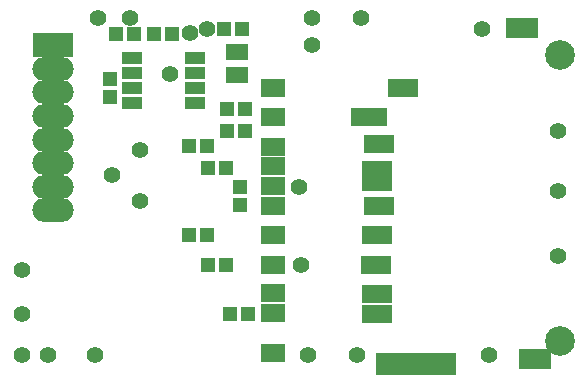
<source format=gts>
G04 (created by PCBNEW-RS274X (2011-11-27 BZR 3249)-stable) date 21/02/2012 2:37:18 p.m.*
G01*
G70*
G90*
%MOIN*%
G04 Gerber Fmt 3.4, Leading zero omitted, Abs format*
%FSLAX34Y34*%
G04 APERTURE LIST*
%ADD10C,0.006000*%
%ADD11R,0.045000X0.051500*%
%ADD12R,0.079100X0.059400*%
%ADD13R,0.106600X0.067200*%
%ADD14R,0.268000X0.075100*%
%ADD15R,0.098700X0.059400*%
%ADD16R,0.118400X0.059400*%
%ADD17R,0.098700X0.098700*%
%ADD18C,0.098700*%
%ADD19R,0.051500X0.045000*%
%ADD20R,0.075000X0.055000*%
%ADD21R,0.065000X0.040000*%
%ADD22O,0.138100X0.079100*%
%ADD23R,0.138100X0.079100*%
%ADD24C,0.055000*%
G04 APERTURE END LIST*
G54D10*
G54D11*
X23842Y-20786D03*
X23242Y-20786D03*
G54D12*
X28465Y-26501D03*
X28465Y-27485D03*
X28465Y-28470D03*
X28465Y-29424D03*
X28465Y-30094D03*
X28465Y-31412D03*
X28465Y-25832D03*
X28465Y-25182D03*
X28465Y-22564D03*
X28465Y-23548D03*
X28465Y-24533D03*
G54D13*
X36762Y-20586D03*
X37205Y-31609D03*
G54D14*
X33229Y-31767D03*
G54D15*
X32795Y-22564D03*
G54D16*
X31673Y-23548D03*
G54D15*
X31998Y-24454D03*
G54D17*
X31959Y-25507D03*
G54D15*
X31998Y-26511D03*
X31939Y-27495D03*
X31919Y-28470D03*
X31929Y-29444D03*
X31929Y-30123D03*
G54D18*
X38032Y-31019D03*
X38032Y-21491D03*
G54D11*
X26944Y-23267D03*
X27544Y-23267D03*
X25684Y-24527D03*
X26284Y-24527D03*
X25684Y-27480D03*
X26284Y-27480D03*
G54D19*
X23031Y-22897D03*
X23031Y-22297D03*
G54D11*
X26314Y-28464D03*
X26914Y-28464D03*
X26314Y-25236D03*
X26914Y-25236D03*
X26826Y-20630D03*
X27426Y-20630D03*
X27042Y-30114D03*
X27642Y-30114D03*
G54D19*
X27386Y-26473D03*
X27386Y-25873D03*
G54D11*
X27544Y-24015D03*
X26944Y-24015D03*
X24502Y-20786D03*
X25102Y-20786D03*
G54D20*
X27283Y-21396D03*
X27283Y-22146D03*
G54D21*
X23792Y-23072D03*
X25892Y-23072D03*
X23792Y-22572D03*
X23792Y-22072D03*
X23792Y-21572D03*
X25892Y-22572D03*
X25892Y-22072D03*
X25892Y-21572D03*
G54D22*
X21126Y-22725D03*
X21126Y-21938D03*
G54D23*
X21126Y-21150D03*
G54D22*
X21126Y-23512D03*
X21126Y-24300D03*
X21126Y-25087D03*
X21126Y-25874D03*
X21126Y-26661D03*
G54D24*
X24055Y-24645D03*
X24055Y-26338D03*
X23110Y-25472D03*
X29764Y-21142D03*
X26260Y-20630D03*
X20984Y-31495D03*
X22559Y-31495D03*
X20118Y-28661D03*
X25709Y-20748D03*
X20118Y-30118D03*
X29330Y-25866D03*
X29409Y-28464D03*
X29645Y-31495D03*
X37992Y-24015D03*
X31260Y-31495D03*
X37992Y-26023D03*
X37992Y-28188D03*
X35433Y-20629D03*
X23701Y-20236D03*
X29764Y-20236D03*
X22638Y-20236D03*
X35669Y-31495D03*
X31417Y-20236D03*
X20118Y-31496D03*
X25039Y-22126D03*
M02*

</source>
